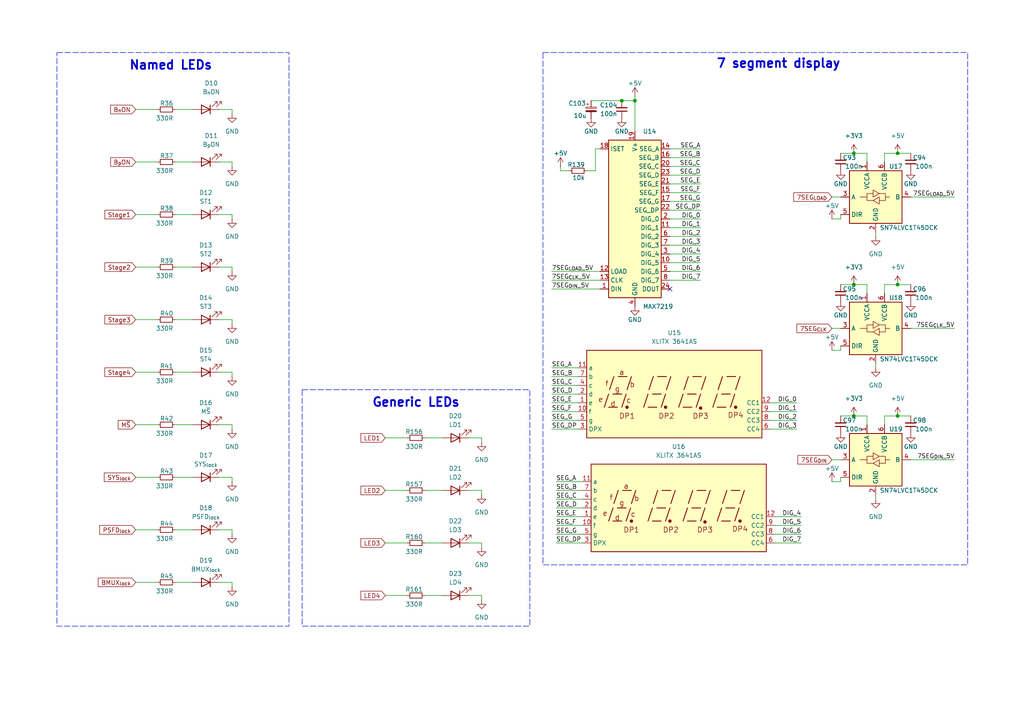
<source format=kicad_sch>
(kicad_sch (version 20231120) (generator "eeschema") (generator_version "8.0")
  (paper "A4")
  (title_block (title "CPArti: Artix-7 FPGA Development Board") (date "2024-08-22") (rev "1.0"))
  (lib_symbols
    (symbol "+3V3_1" (power) (pin_numbers hide) (pin_names (offset 0) hide)
      (property "Value" "+3V3" (at 0 3.556 0))
      (symbol "+3V3_1_0_1"
        (polyline (pts (xy -0.762 1.27) (xy 0 2.54)))
        (polyline (pts (xy 0 0) (xy 0 2.54)))
        (polyline (pts (xy 0 2.54) (xy 0.762 1.27)))
      )
      (symbol "+3V3_1_1_1"
        (pin power_in line (at 0 0 90) (length 0) (name "~") (number "1"))
      )
    )
    (symbol "+5V_1" (power) (pin_numbers hide) (pin_names (offset 0) hide)
      (property "Value" "+5V" (at 0 3.556 0))
      (symbol "+5V_1_0_1"
        (polyline (pts (xy -0.762 1.27) (xy 0 2.54)))
        (polyline (pts (xy 0 0) (xy 0 2.54)))
        (polyline (pts (xy 0 2.54) (xy 0.762 1.27)))
      )
      (symbol "+5V_1_1_1"
        (pin power_in line (at 0 0 90) (length 0) (name "~") (number "1"))
      )
    )
    (symbol "Device:C_Polarized_Small" (pin_numbers hide) (pin_names (offset 0.254) hide)
      (property "Reference" "C" (at 0.254 1.778 0))
      (property "Value" "C_Polarized_Small" (at 0.254 -2.032 0))
      (symbol "C_Polarized_Small_0_1"
        (rectangle (start -1.524 -0.3048) (end 1.524 -0.6858) (fill (type outline)))
        (rectangle (start -1.524 0.6858) (end 1.524 0.3048))
        (polyline (pts (xy -1.27 1.524) (xy -0.762 1.524)))
        (polyline (pts (xy -1.016 1.27) (xy -1.016 1.778)))
      )
      (symbol "C_Polarized_Small_1_1"
        (pin passive line (at 0 2.54 270) (length 1.8542) (name "~") (number "1"))
        (pin passive line (at 0 -2.54 90) (length 1.8542) (name "~") (number "2"))
      )
    )
    (symbol "Device:C_Small" (pin_numbers hide) (pin_names (offset 0.254) hide)
      (property "Reference" "C" (at 0.254 1.778 0))
      (property "Value" "C_Small" (at 0.254 -2.032 0))
      (symbol "C_Small_0_1"
        (polyline (pts (xy -1.524 -0.508) (xy 1.524 -0.508)) (stroke (width 0.3302)))
        (polyline (pts (xy -1.524 0.508) (xy 1.524 0.508)) (stroke (width 0.3048)))
      )
      (symbol "C_Small_1_1"
        (pin passive line (at 0 2.54 270) (length 2.032) (name "~") (number "1"))
        (pin passive line (at 0 -2.54 90) (length 2.032) (name "~") (number "2"))
      )
    )
    (symbol "Device:LED" (pin_numbers hide) (pin_names (offset 1.016) hide)
      (property "Reference" "D" (at 0 2.54 0))
      (property "Value" "LED" (at 0 -2.54 0))
      (symbol "LED_0_1"
        (polyline (pts (xy -1.27 -1.27) (xy -1.27 1.27)) (stroke (width 0.254)))
        (polyline (pts (xy -1.27 0) (xy 1.27 0)))
        (polyline (pts (xy 1.27 -1.27) (xy 1.27 1.27) (xy -1.27 0) (xy 1.27 -1.27)) (stroke (width 0.254)))
        (polyline (pts (xy -3.048 -0.762) (xy -4.572 -2.286) (xy -3.81 -2.286) (xy -4.572 -2.286) (xy -4.572 -1.524)))
        (polyline (pts (xy -1.778 -0.762) (xy -3.302 -2.286) (xy -2.54 -2.286) (xy -3.302 -2.286) (xy -3.302 -1.524)))
      )
      (symbol "LED_1_1"
        (pin passive line (at -3.81 0 0) (length 2.54) (name "K") (number "1"))
        (pin passive line (at 3.81 0 180) (length 2.54) (name "A") (number "2"))
      )
    )
    (symbol "Device:R_Small" (pin_numbers hide) (pin_names (offset 0.254) hide)
      (property "Reference" "R" (at 0.762 0.508 0))
      (property "Value" "R_Small" (at 0.762 -1.016 0))
      (symbol "R_Small_0_1"
        (rectangle (start -0.762 1.778) (end 0.762 -1.778) (stroke (width 0.2032)))
      )
      (symbol "R_Small_1_1"
        (pin passive line (at 0 2.54 270) (length 0.762) (name "~") (number "1"))
        (pin passive line (at 0 -2.54 90) (length 0.762) (name "~") (number "2"))
      )
    )
    (symbol "Display_Character:CC56-12CGKWA"
      (property "Reference" "U" (at -24.13 13.97 0))
      (property "Value" "CC56-12CGKWA" (at 17.78 13.97 0))
      (symbol "CC56-12CGKWA_0_0"
        (rectangle (start -25.4 12.7) (end 25.4 -12.7) (stroke (width 0.254)) (fill (type background)))
        (polyline (pts (xy -20.32 -3.81) (xy -19.05 0)) (stroke (width 0.254)))
        (polyline (pts (xy -19.05 -3.81) (xy -16.51 -3.81)) (stroke (width 0.254)))
        (polyline (pts (xy -18.796 1.27) (xy -17.526 5.08)) (stroke (width 0.254)))
        (polyline (pts (xy -17.78 0) (xy -15.24 0)) (stroke (width 0.254)))
        (polyline (pts (xy -16.256 5.08) (xy -13.716 5.08)) (stroke (width 0.254)))
        (polyline (pts (xy -15.24 -3.81) (xy -13.97 0)) (stroke (width 0.254)))
        (polyline (pts (xy -13.716 1.27) (xy -12.446 5.08)) (stroke (width 0.254)))
        (polyline (pts (xy -8.89 -3.81) (xy -7.62 0)) (stroke (width 0.254)))
        (polyline (pts (xy -7.62 -3.81) (xy -5.08 -3.81)) (stroke (width 0.254)))
        (polyline (pts (xy -7.366 1.27) (xy -6.096 5.08)) (stroke (width 0.254)))
        (polyline (pts (xy -6.35 0) (xy -3.81 0)) (stroke (width 0.254)))
        (polyline (pts (xy -4.826 5.08) (xy -2.286 5.08)) (stroke (width 0.254)))
        (polyline (pts (xy -3.81 -3.81) (xy -2.54 0)) (stroke (width 0.254)))
        (polyline (pts (xy -2.286 1.27) (xy -1.016 5.08)) (stroke (width 0.254)))
        (polyline (pts (xy 1.27 -3.81) (xy 2.54 0)) (stroke (width 0.254)))
        (polyline (pts (xy 2.54 -3.81) (xy 5.08 -3.81)) (stroke (width 0.254)))
        (polyline (pts (xy 2.794 1.27) (xy 4.064 5.08)) (stroke (width 0.254)))
        (polyline (pts (xy 3.81 0) (xy 6.35 0)) (stroke (width 0.254)))
        (polyline (pts (xy 5.334 5.08) (xy 7.874 5.08)) (stroke (width 0.254)))
        (polyline (pts (xy 6.35 -3.81) (xy 7.62 0)) (stroke (width 0.254)))
        (polyline (pts (xy 7.874 1.27) (xy 9.144 5.08)) (stroke (width 0.254)))
        (polyline (pts (xy 11.176 -3.81) (xy 12.446 0)) (stroke (width 0.254)))
        (polyline (pts (xy 12.446 -3.81) (xy 14.986 -3.81)) (stroke (width 0.254)))
        (polyline (pts (xy 12.7 1.27) (xy 13.97 5.08)) (stroke (width 0.254)))
        (polyline (pts (xy 13.716 0) (xy 16.256 0)) (stroke (width 0.254)))
        (polyline (pts (xy 15.24 5.08) (xy 17.78 5.08)) (stroke (width 0.254)))
        (polyline (pts (xy 16.256 -3.81) (xy 17.526 0)) (stroke (width 0.254)))
        (polyline (pts (xy 17.78 1.27) (xy 19.05 5.08)) (stroke (width 0.254)))
        (text "a" (at -15.24 6.35 0) (effects (font (size 1.524 1.524))))
        (text "b" (at -12.192 2.794 0) (effects (font (size 1.524 1.524))))
        (text "c" (at -13.208 -1.778 0) (effects (font (size 1.524 1.524))))
        (text "d" (at -17.78 -2.794 0) (effects (font (size 1.524 1.524))))
        (text "DP1" (at -13.716 -6.35 0) (effects (font (size 1.524 1.524))))
        (text "DP2" (at -2.286 -6.35 0) (effects (font (size 1.524 1.524))))
        (text "DP3" (at 7.62 -6.35 0) (effects (font (size 1.524 1.524))))
        (text "DP4" (at 17.78 -6.096 0) (effects (font (size 1.524 1.524))))
        (text "e" (at -21.336 -1.524 0) (effects (font (size 1.524 1.524))))
        (text "f" (at -19.558 3.048 0) (effects (font (size 1.524 1.524))))
        (text "g" (at -16.51 1.524 0) (effects (font (size 1.524 1.524))))
      )
      (symbol "CC56-12CGKWA_0_1"
        (circle (center -13.716 -3.81) (radius 0.3556) (stroke (width 0.254)) (fill (type outline)))
        (circle (center -2.54 -3.81) (radius 0.3556) (stroke (width 0.254)) (fill (type outline)))
      )
      (symbol "CC56-12CGKWA_1_0"
        (circle (center 7.62 -4.064) (radius 0.3556) (stroke (width 0.254)) (fill (type outline)))
        (circle (center 17.78 -3.81) (radius 0.3556) (stroke (width 0.254)) (fill (type outline)))
      )
      (symbol "CC56-12CGKWA_1_1"
        (pin input line (at -27.94 -2.54 0) (length 2.54) (name "e") (number "1"))
        (pin input line (at -27.94 -5.08 0) (length 2.54) (name "f") (number "10"))
        (pin input line (at -27.94 7.62 0) (length 2.54) (name "a") (number "11"))
        (pin input line (at 27.94 -2.54 180) (length 2.54) (name "CC1") (number "12"))
        (pin input line (at -27.94 0 0) (length 2.54) (name "d") (number "2"))
        (pin input line (at -27.94 -10.16 0) (length 2.54) (name "DPX") (number "3"))
        (pin input line (at -27.94 2.54 0) (length 2.54) (name "c") (number "4"))
        (pin input line (at -27.94 -7.62 0) (length 2.54) (name "g") (number "5"))
        (pin input line (at 27.94 -10.16 180) (length 2.54) (name "CC4") (number "6"))
        (pin input line (at -27.94 5.08 0) (length 2.54) (name "b") (number "7"))
        (pin input line (at 27.94 -7.62 180) (length 2.54) (name "CC3") (number "8"))
        (pin input line (at 27.94 -5.08 180) (length 2.54) (name "CC2") (number "9"))
      )
    )
    (symbol "Driver_LED:MAX7219"
      (property "Reference" "U" (at -6.35 24.13 0))
      (property "Value" "MAX7219" (at 1.27 25.4 0))
      (symbol "MAX7219_0_1"
        (rectangle (start -7.62 22.86) (end 7.62 -22.86) (stroke (width 0.254)) (fill (type background)))
      )
      (symbol "MAX7219_1_1"
        (pin input line (at -10.16 -20.32 0) (length 2.54) (name "DIN") (number "1"))
        (pin output line (at 10.16 -12.7 180) (length 2.54) (name "DIG_5") (number "10"))
        (pin output line (at 10.16 -2.54 180) (length 2.54) (name "DIG_1") (number "11"))
        (pin input line (at -10.16 -15.24 0) (length 2.54) (name "LOAD") (number "12"))
        (pin input line (at -10.16 -17.78 0) (length 2.54) (name "CLK") (number "13"))
        (pin output line (at 10.16 20.32 180) (length 2.54) (name "SEG_A") (number "14"))
        (pin output line (at 10.16 7.62 180) (length 2.54) (name "SEG_F") (number "15"))
        (pin output line (at 10.16 17.78 180) (length 2.54) (name "SEG_B") (number "16"))
        (pin output line (at 10.16 5.08 180) (length 2.54) (name "SEG_G") (number "17"))
        (pin input line (at -10.16 20.32 0) (length 2.54) (name "ISET") (number "18"))
        (pin power_in line (at 0 25.4 270) (length 2.54) (name "V+") (number "19"))
        (pin output line (at 10.16 0 180) (length 2.54) (name "DIG_0") (number "2"))
        (pin output line (at 10.16 15.24 180) (length 2.54) (name "SEG_C") (number "20"))
        (pin output line (at 10.16 10.16 180) (length 2.54) (name "SEG_E") (number "21"))
        (pin output line (at 10.16 2.54 180) (length 2.54) (name "SEG_DP") (number "22"))
        (pin output line (at 10.16 12.7 180) (length 2.54) (name "SEG_D") (number "23"))
        (pin output line (at 10.16 -20.32 180) (length 2.54) (name "DOUT") (number "24"))
        (pin output line (at 10.16 -10.16 180) (length 2.54) (name "DIG_4") (number "3"))
        (pin power_in line (at 0 -25.4 90) (length 2.54) (name "GND") (number "4"))
        (pin output line (at 10.16 -15.24 180) (length 2.54) (name "DIG_6") (number "5"))
        (pin output line (at 10.16 -5.08 180) (length 2.54) (name "DIG_2") (number "6"))
        (pin output line (at 10.16 -7.62 180) (length 2.54) (name "DIG_3") (number "7"))
        (pin output line (at 10.16 -17.78 180) (length 2.54) (name "DIG_7") (number "8"))
        (pin passive line (at 0 -25.4 90) (length 2.54) hide (name "GND") (number "9"))
      )
    )
    (symbol "GND_1" (power) (pin_numbers hide) (pin_names (offset 0) hide)
      (property "Value" "GND" (at 0 -3.81 0))
      (symbol "GND_1_0_1"
        (polyline (pts (xy 0 0) (xy 0 -1.27) (xy 1.27 -1.27) (xy 0 -2.54) (xy -1.27 -1.27) (xy 0 -1.27)))
      )
      (symbol "GND_1_1_1"
        (pin power_in line (at 0 0 270) (length 0) (name "~") (number "1"))
      )
    )
    (symbol "Logic_LevelTranslator:SN74LVC1T45DCK"
      (property "Reference" "U" (at -6.35 8.89 0))
      (property "Value" "SN74LVC1T45DCK" (at 3.81 8.89 0))
      (symbol "SN74LVC1T45DCK_0_1"
        (rectangle (start -7.62 7.62) (end 7.62 -7.62) (stroke (width 0.254)) (fill (type background)))
        (polyline (pts (xy -2.54 0) (xy -2.54 1.016) (xy -0.762 1.016)))
        (polyline (pts (xy 2.794 0) (xy 2.794 -1.016) (xy 1.016 -1.016)))
        (polyline (pts (xy -0.762 -1.016) (xy -2.54 -1.016) (xy -2.54 0) (xy -4.572 0)))
        (polyline (pts (xy -0.762 0) (xy -0.762 2.032) (xy 1.016 1.016) (xy -0.762 0)))
        (polyline (pts (xy 1.016 1.016) (xy 2.794 1.016) (xy 2.794 0) (xy 4.064 0)))
        (polyline (pts (xy 1.016 0) (xy 1.016 -1.778) (xy 1.016 -2.032) (xy -0.762 -1.016) (xy 1.016 0)))
      )
      (symbol "SN74LVC1T45DCK_1_1"
        (pin power_in line (at -2.54 10.16 270) (length 2.54) (name "VCCA") (number "1"))
        (pin power_in line (at 0 -10.16 90) (length 2.54) (name "GND") (number "2"))
        (pin bidirectional line (at -10.16 0 0) (length 2.54) (name "A") (number "3"))
        (pin bidirectional line (at 10.16 0 180) (length 2.54) (name "B") (number "4"))
        (pin input line (at -10.16 -5.08 0) (length 2.54) (name "DIR") (number "5"))
        (pin power_in line (at 2.54 10.16 270) (length 2.54) (name "VCCB") (number "6"))
      )
    )
    (symbol "power:GND" (power) (pin_numbers hide) (pin_names (offset 0) hide)
      (property "Value" "GND" (at 0 -3.81 0))
      (symbol "GND_0_1"
        (polyline (pts (xy 0 0) (xy 0 -1.27) (xy 1.27 -1.27) (xy 0 -2.54) (xy -1.27 -1.27) (xy 0 -1.27)))
      )
      (symbol "GND_1_1"
        (pin power_in line (at 0 0 270) (length 0) (name "~") (number "1"))
      )
    )
  )
  (junction (at 184.15 29.21))
  (junction (at 247.65 82.55))
  (junction (at 247.65 44.45))
  (junction (at 260.35 82.55))
  (junction (at 260.35 120.65))
  (junction (at 180.34 29.21))
  (junction (at 247.65 120.65))
  (junction (at 260.35 44.45))
  (no_connect (at 194.31 83.82))
  (wire (pts (xy 254 67.31) (xy 254 68.58)))
  (wire (pts (xy 254 143.51) (xy 254 144.78)))
  (wire (pts (xy 170.18 49.53) (xy 172.72 49.53)))
  (wire (pts (xy 39.37 153.67) (xy 45.72 153.67)))
  (wire (pts (xy 39.37 138.43) (xy 45.72 138.43)))
  (wire (pts (xy 111.76 127) (xy 118.11 127)))
  (wire (pts (xy 264.16 133.35) (xy 276.86 133.35)))
  (wire (pts (xy 63.5 153.67) (xy 67.31 153.67)))
  (wire (pts (xy 194.31 68.58) (xy 203.2 68.58)))
  (wire (pts (xy 50.8 46.99) (xy 55.88 46.99)))
  (wire (pts (xy 194.31 71.12) (xy 203.2 71.12)))
  (wire (pts (xy 67.31 31.75) (xy 67.31 33.02)))
  (wire (pts (xy 67.31 123.19) (xy 67.31 124.46)))
  (wire (pts (xy 67.31 46.99) (xy 67.31 48.26)))
  (wire (pts (xy 194.31 55.88) (xy 203.2 55.88)))
  (wire (pts (xy 161.29 142.24) (xy 168.91 142.24)))
  (wire (pts (xy 223.52 119.38) (xy 231.14 119.38)))
  (wire (pts (xy 256.54 44.45) (xy 256.54 46.99)))
  (wire (pts (xy 39.37 107.95) (xy 45.72 107.95)))
  (wire (pts (xy 160.02 78.74) (xy 173.99 78.74)))
  (wire (pts (xy 243.84 120.65) (xy 247.65 120.65)))
  (wire (pts (xy 39.37 62.23) (xy 45.72 62.23)))
  (wire (pts (xy 260.35 120.65) (xy 264.16 120.65)))
  (wire (pts (xy 67.31 153.67) (xy 67.31 154.94)))
  (wire (pts (xy 251.46 120.65) (xy 251.46 123.19)))
  (wire (pts (xy 50.8 77.47) (xy 55.88 77.47)))
  (wire (pts (xy 194.31 48.26) (xy 203.2 48.26)))
  (wire (pts (xy 194.31 43.18) (xy 203.2 43.18)))
  (wire (pts (xy 67.31 77.47) (xy 67.31 78.74)))
  (wire (pts (xy 172.72 43.18) (xy 173.99 43.18)))
  (wire (pts (xy 160.02 124.46) (xy 167.64 124.46)))
  (wire (pts (xy 160.02 114.3) (xy 167.64 114.3)))
  (wire (pts (xy 194.31 73.66) (xy 203.2 73.66)))
  (wire (pts (xy 194.31 50.8) (xy 203.2 50.8)))
  (wire (pts (xy 194.31 58.42) (xy 203.2 58.42)))
  (wire (pts (xy 139.7 142.24) (xy 139.7 143.51)))
  (wire (pts (xy 123.19 157.48) (xy 128.27 157.48)))
  (wire (pts (xy 161.29 152.4) (xy 168.91 152.4)))
  (wire (pts (xy 39.37 123.19) (xy 45.72 123.19)))
  (wire (pts (xy 67.31 92.71) (xy 67.31 93.98)))
  (wire (pts (xy 224.79 157.48) (xy 232.41 157.48)))
  (wire (pts (xy 241.3 139.7) (xy 243.84 139.7)))
  (wire (pts (xy 50.8 31.75) (xy 55.88 31.75)))
  (wire (pts (xy 184.15 29.21) (xy 184.15 38.1)))
  (wire (pts (xy 160.02 119.38) (xy 167.64 119.38)))
  (wire (pts (xy 264.16 57.15) (xy 276.86 57.15)))
  (wire (pts (xy 160.02 106.68) (xy 167.64 106.68)))
  (wire (pts (xy 171.45 29.21) (xy 180.34 29.21)))
  (wire (pts (xy 135.89 142.24) (xy 139.7 142.24)))
  (wire (pts (xy 50.8 138.43) (xy 55.88 138.43)))
  (wire (pts (xy 243.84 139.7) (xy 243.84 138.43)))
  (wire (pts (xy 241.3 133.35) (xy 243.84 133.35)))
  (wire (pts (xy 260.35 82.55) (xy 264.16 82.55)))
  (wire (pts (xy 135.89 127) (xy 139.7 127)))
  (wire (pts (xy 50.8 92.71) (xy 55.88 92.71)))
  (wire (pts (xy 247.65 82.55) (xy 251.46 82.55)))
  (wire (pts (xy 194.31 45.72) (xy 203.2 45.72)))
  (wire (pts (xy 50.8 62.23) (xy 55.88 62.23)))
  (wire (pts (xy 172.72 49.53) (xy 172.72 43.18)))
  (wire (pts (xy 161.29 147.32) (xy 168.91 147.32)))
  (wire (pts (xy 256.54 82.55) (xy 256.54 85.09)))
  (wire (pts (xy 161.29 154.94) (xy 168.91 154.94)))
  (wire (pts (xy 135.89 157.48) (xy 139.7 157.48)))
  (wire (pts (xy 39.37 168.91) (xy 45.72 168.91)))
  (wire (pts (xy 194.31 63.5) (xy 203.2 63.5)))
  (wire (pts (xy 194.31 66.04) (xy 203.2 66.04)))
  (wire (pts (xy 111.76 172.72) (xy 118.11 172.72)))
  (wire (pts (xy 50.8 153.67) (xy 55.88 153.67)))
  (wire (pts (xy 224.79 149.86) (xy 232.41 149.86)))
  (wire (pts (xy 111.76 142.24) (xy 118.11 142.24)))
  (wire (pts (xy 39.37 77.47) (xy 45.72 77.47)))
  (wire (pts (xy 39.37 31.75) (xy 45.72 31.75)))
  (wire (pts (xy 39.37 46.99) (xy 45.72 46.99)))
  (wire (pts (xy 161.29 139.7) (xy 168.91 139.7)))
  (wire (pts (xy 50.8 123.19) (xy 55.88 123.19)))
  (wire (pts (xy 160.02 81.28) (xy 173.99 81.28)))
  (wire (pts (xy 162.56 48.26) (xy 162.56 49.53)))
  (wire (pts (xy 264.16 95.25) (xy 276.86 95.25)))
  (wire (pts (xy 194.31 81.28) (xy 203.2 81.28)))
  (wire (pts (xy 161.29 149.86) (xy 168.91 149.86)))
  (wire (pts (xy 251.46 44.45) (xy 251.46 46.99)))
  (wire (pts (xy 50.8 107.95) (xy 55.88 107.95)))
  (wire (pts (xy 139.7 172.72) (xy 139.7 173.99)))
  (wire (pts (xy 161.29 144.78) (xy 168.91 144.78)))
  (wire (pts (xy 63.5 168.91) (xy 67.31 168.91)))
  (wire (pts (xy 123.19 142.24) (xy 128.27 142.24)))
  (wire (pts (xy 251.46 82.55) (xy 251.46 85.09)))
  (wire (pts (xy 260.35 120.65) (xy 256.54 120.65)))
  (wire (pts (xy 243.84 63.5) (xy 243.84 62.23)))
  (wire (pts (xy 160.02 83.82) (xy 173.99 83.82)))
  (wire (pts (xy 260.35 82.55) (xy 256.54 82.55)))
  (wire (pts (xy 63.5 123.19) (xy 67.31 123.19)))
  (wire (pts (xy 224.79 152.4) (xy 232.41 152.4)))
  (wire (pts (xy 256.54 120.65) (xy 256.54 123.19)))
  (wire (pts (xy 160.02 116.84) (xy 167.64 116.84)))
  (wire (pts (xy 67.31 138.43) (xy 67.31 139.7)))
  (wire (pts (xy 160.02 111.76) (xy 167.64 111.76)))
  (wire (pts (xy 63.5 107.95) (xy 67.31 107.95)))
  (wire (pts (xy 247.65 44.45) (xy 251.46 44.45)))
  (wire (pts (xy 63.5 46.99) (xy 67.31 46.99)))
  (wire (pts (xy 67.31 168.91) (xy 67.31 170.18)))
  (wire (pts (xy 243.84 82.55) (xy 247.65 82.55)))
  (wire (pts (xy 161.29 157.48) (xy 168.91 157.48)))
  (wire (pts (xy 139.7 127) (xy 139.7 128.27)))
  (wire (pts (xy 194.31 78.74) (xy 203.2 78.74)))
  (wire (pts (xy 180.34 29.21) (xy 184.15 29.21)))
  (wire (pts (xy 241.3 101.6) (xy 243.84 101.6)))
  (wire (pts (xy 67.31 107.95) (xy 67.31 109.22)))
  (wire (pts (xy 254 105.41) (xy 254 106.68)))
  (wire (pts (xy 160.02 121.92) (xy 167.64 121.92)))
  (wire (pts (xy 111.76 157.48) (xy 118.11 157.48)))
  (wire (pts (xy 223.52 124.46) (xy 231.14 124.46)))
  (wire (pts (xy 241.3 95.25) (xy 243.84 95.25)))
  (wire (pts (xy 39.37 92.71) (xy 45.72 92.71)))
  (wire (pts (xy 223.52 116.84) (xy 231.14 116.84)))
  (wire (pts (xy 241.3 57.15) (xy 243.84 57.15)))
  (wire (pts (xy 184.15 29.21) (xy 184.15 27.94)))
  (wire (pts (xy 160.02 109.22) (xy 167.64 109.22)))
  (wire (pts (xy 67.31 62.23) (xy 67.31 63.5)))
  (wire (pts (xy 241.3 63.5) (xy 243.84 63.5)))
  (wire (pts (xy 139.7 157.48) (xy 139.7 158.75)))
  (wire (pts (xy 63.5 92.71) (xy 67.31 92.71)))
  (wire (pts (xy 63.5 31.75) (xy 67.31 31.75)))
  (wire (pts (xy 135.89 172.72) (xy 139.7 172.72)))
  (wire (pts (xy 243.84 44.45) (xy 247.65 44.45)))
  (wire (pts (xy 243.84 101.6) (xy 243.84 100.33)))
  (wire (pts (xy 194.31 60.96) (xy 203.2 60.96)))
  (wire (pts (xy 123.19 127) (xy 128.27 127)))
  (wire (pts (xy 260.35 44.45) (xy 256.54 44.45)))
  (wire (pts (xy 247.65 120.65) (xy 251.46 120.65)))
  (wire (pts (xy 63.5 77.47) (xy 67.31 77.47)))
  (wire (pts (xy 194.31 53.34) (xy 203.2 53.34)))
  (wire (pts (xy 224.79 154.94) (xy 232.41 154.94)))
  (wire (pts (xy 63.5 62.23) (xy 67.31 62.23)))
  (wire (pts (xy 63.5 138.43) (xy 67.31 138.43)))
  (wire (pts (xy 223.52 121.92) (xy 231.14 121.92)))
  (wire (pts (xy 123.19 172.72) (xy 128.27 172.72)))
  (wire (pts (xy 194.31 76.2) (xy 203.2 76.2)))
  (wire (pts (xy 50.8 168.91) (xy 55.88 168.91)))
  (wire (pts (xy 162.56 49.53) (xy 165.1 49.53)))
  (wire (pts (xy 260.35 44.45) (xy 264.16 44.45)))
  (rectangle (start 16.51 15.24) (end 83.82 181.61) (stroke (width 0) (type dash)))
  (rectangle (start 157.48 15.24) (end 280.67 163.83) (stroke (width 0) (type dash)))
  (rectangle (start 87.63 113.03) (end 153.67 181.61) (stroke (width 0) (type dash)))
  (text "7 segment display" (at 225.806 18.542 0) (effects (font (size 2.54 2.54) (thickness 0.508) (bold yes))))
  (text "Named LEDs" (at 49.53 19.05 0) (effects (font (size 2.54 2.54) (thickness 0.508) (bold yes))))
  (text "Generic LEDs" (at 120.65 116.84 0) (effects (font (size 2.54 2.54) (thickness 0.508) (bold yes))))
  (label "SEG_F" (at 160.02 119.38 0))
  (label "DIG_4" (at 203.2 73.66 180))
  (label "DIG_2" (at 231.14 121.92 180))
  (label "SEG_C" (at 203.2 48.26 180))
  (label "SEG_E" (at 160.02 116.84 0))
  (label "DIG_4" (at 232.41 149.86 180))
  (label "SEG_D" (at 203.2 50.8 180))
  (label "SEG_D" (at 161.29 147.32 0))
  (label "SEG_A" (at 203.2 43.18 180))
  (label "DIG_0" (at 203.2 63.5 180))
  (label "DIG_6" (at 232.41 154.94 180))
  (label "SEG_DP" (at 161.29 157.48 0))
  (label "DIG_5" (at 203.2 76.2 180))
  (label "SEG_E" (at 203.2 53.34 180))
  (label "DIG_5" (at 232.41 152.4 180))
  (label "DIG_1" (at 203.2 66.04 180))
  (label "SEG_A" (at 161.29 139.7 0))
  (label "SEG_DP" (at 203.2 60.96 180))
  (label "7SEG_{LOAD}_5V" (at 276.86 57.15 180))
  (label "SEG_G" (at 161.29 154.94 0))
  (label "7SEG_{DIN}_5V" (at 276.86 133.35 180))
  (label "DIG_2" (at 203.2 68.58 180))
  (label "SEG_C" (at 161.29 144.78 0))
  (label "7SEG_{CLK}_5V" (at 160.02 81.28 0))
  (label "DIG_0" (at 231.14 116.84 180))
  (label "SEG_F" (at 161.29 152.4 0))
  (label "DIG_6" (at 203.2 78.74 180))
  (label "SEG_B" (at 203.2 45.72 180))
  (label "DIG_3" (at 231.14 124.46 180))
  (label "7SEG_{DIN}_5V" (at 160.02 83.82 0))
  (label "DIG_3" (at 203.2 71.12 180))
  (label "DIG_7" (at 232.41 157.48 180))
  (label "SEG_G" (at 160.02 121.92 0))
  (label "SEG_B" (at 160.02 109.22 0))
  (label "DIG_1" (at 231.14 119.38 180))
  (label "SEG_F" (at 203.2 55.88 180))
  (label "SEG_B" (at 161.29 142.24 0))
  (label "SEG_A" (at 160.02 106.68 0))
  (label "DIG_7" (at 203.2 81.28 180))
  (label "SEG_D" (at 160.02 114.3 0))
  (label "SEG_DP" (at 160.02 124.46 0))
  (label "SEG_E" (at 161.29 149.86 0))
  (label "SEG_C" (at 160.02 111.76 0))
  (label "7SEG_{CLK}_5V" (at 276.86 95.25 180))
  (label "SEG_G" (at 203.2 58.42 180))
  (label "7SEG_{LOAD}_5V" (at 160.02 78.74 0))
  (global_label "LED1" (shape input) (at 111.76 127 180) (property "Intersheetrefs" "${INTERSHEET_REFS}" (effects (hide yes))))
  (global_label "Stage2" (shape input) (at 39.37 77.47 180) (property "Intersheetrefs" "${INTERSHEET_REFS}" (effects (hide yes))))
  (global_label "Stage4" (shape input) (at 39.37 107.95 180) (property "Intersheetrefs" "${INTERSHEET_REFS}" (effects (hide yes))))
  (global_label "LED3" (shape input) (at 111.76 157.48 180) (property "Intersheetrefs" "${INTERSHEET_REFS}" (effects (hide yes))))
  (global_label "M~{S}" (shape input) (at 39.37 123.19 180) (property "Intersheetrefs" "${INTERSHEET_REFS}" (effects (hide yes))))
  (global_label "7SEG_{LOAD}" (shape input) (at 241.3 57.15 180) (property "Intersheetrefs" "${INTERSHEET_REFS}" (effects (hide yes))))
  (global_label "PSFD_{lock}" (shape input) (at 39.37 153.67 180) (property "Intersheetrefs" "${INTERSHEET_REFS}" (effects (hide yes))))
  (global_label "7SEG_{CLK}" (shape input) (at 241.3 95.25 180) (property "Intersheetrefs" "${INTERSHEET_REFS}" (effects (hide yes))))
  (global_label "SYS_{lock}" (shape input) (at 39.37 138.43 180) (property "Intersheetrefs" "${INTERSHEET_REFS}" (effects (hide yes))))
  (global_label "LED2" (shape input) (at 111.76 142.24 180) (property "Intersheetrefs" "${INTERSHEET_REFS}" (effects (hide yes))))
  (global_label "Stage1" (shape input) (at 39.37 62.23 180) (property "Intersheetrefs" "${INTERSHEET_REFS}" (effects (hide yes))))
  (global_label "Stage3" (shape input) (at 39.37 92.71 180) (property "Intersheetrefs" "${INTERSHEET_REFS}" (effects (hide yes))))
  (global_label "BMUX_{lock}" (shape input) (at 39.37 168.91 180) (property "Intersheetrefs" "${INTERSHEET_REFS}" (effects (hide yes))))
  (global_label "B_{n}ON" (shape input) (at 39.37 31.75 180) (property "Intersheetrefs" "${INTERSHEET_REFS}" (effects (hide yes))))
  (global_label "LED4" (shape input) (at 111.76 172.72 180) (property "Intersheetrefs" "${INTERSHEET_REFS}" (effects (hide yes))))
  (global_label "B_{p}ON" (shape input) (at 39.37 46.99 180) (property "Intersheetrefs" "${INTERSHEET_REFS}" (effects (hide yes))))
  (global_label "7SEG_{DIN}" (shape input) (at 241.3 133.35 180) (property "Intersheetrefs" "${INTERSHEET_REFS}" (effects (hide yes))))
  (symbol (lib_name "GND_1") (lib_id "power:GND") (at 243.84 87.63 0) (unit 1)
    (property "Reference" "#PWR0156" (effects (hide yes)))
    (property "Value" "GND" (at 243.84 91.44 0))
    (property "Description" "Power symbol creates a global label with name \"GND\" , ground" (effects (hide yes)))
  )
  (symbol (lib_id "power:GND") (at 67.31 109.22 0) (unit 1)
    (property "Reference" "#PWR0208" (effects (hide yes)))
    (property "Value" "GND" (at 67.31 114.3 0))
  )
  (symbol (lib_id "Device:LED") (at 59.69 107.95 180) (unit 1)
    (property "Reference" "D15" (at 59.69 101.6 0))
    (property "Value" "ST4" (at 59.69 104.14 0))
    (property "Footprint" "LED_SMD:LED_0603_1608Metric" (effects (hide yes)))
    (property "LCSC" "C72038" (effects (hide yes)))
  )
  (symbol (lib_name "GND_1") (lib_id "power:GND") (at 243.84 49.53 0) (unit 1)
    (property "Reference" "#PWR0155" (effects (hide yes)))
    (property "Value" "GND" (at 243.84 53.34 0))
    (property "Description" "Power symbol creates a global label with name \"GND\" , ground" (effects (hide yes)))
  )
  (symbol (lib_id "Device:C_Polarized_Small") (at 171.45 31.75 0) (unit 1)
    (property "Reference" "C103" (at 164.846 29.972 0) (effects (justify left)))
    (property "Value" "10u" (at 166.37 33.528 0) (effects (justify left)))
    (property "Footprint" "Capacitor_SMD:CP_Elec_4x5.4" (effects (hide yes)))
    (property "Description" "Polarized capacitor, small symbol" (effects (hide yes)))
    (property "LCSC" "C5123980" (effects (hide yes)))
  )
  (symbol (lib_id "Device:LED") (at 132.08 127 180) (unit 1)
    (property "Reference" "D20" (at 132.08 120.65 0))
    (property "Value" "LD1" (at 132.08 123.19 0))
    (property "Footprint" "LED_SMD:LED_0603_1608Metric" (effects (hide yes)))
    (property "LCSC" "C72038" (effects (hide yes)))
  )
  (symbol (lib_id "power:GND") (at 139.7 128.27 0) (unit 1)
    (property "Reference" "#PWR0139" (effects (hide yes)))
    (property "Value" "GND" (at 139.7 133.35 0))
  )
  (symbol (lib_id "Device:C_Small") (at 264.16 123.19 180) (unit 1)
    (property "Reference" "C98" (at 266.7 121.92 0))
    (property "Value" "100n" (at 267.97 124.46 0))
    (property "Footprint" "Capacitor_SMD:C_0402_1005Metric" (effects (hide yes)))
    (property "Description" "Unpolarized capacitor, small symbol" (effects (hide yes)))
    (property "LCSC" "C1525" (effects (hide yes)))
  )
  (symbol (lib_id "Display_Character:CC56-12CGKWA") (at 195.58 114.3 0) (unit 1)
    (property "Reference" "U15" (at 195.58 96.52 0))
    (property "Value" "XLITX 3641AS" (at 195.58 99.06 0))
    (property "Footprint" "AAWO_lib:XLITX_3641AS" (effects (hide yes)))
    (property "Datasheet" "http://www.xlitx.com/datasheet/3641AS.pdf" (effects (hide yes)))
    (property "Description" "4 digit 7 segment ultra bright red 0.36-inch LED, common cathode" (effects (hide yes)))
  )
  (symbol (lib_id "Device:LED") (at 59.69 168.91 180) (unit 1)
    (property "Reference" "D19" (at 59.69 162.56 0))
    (property "Value" "BMUX_{lock}" (at 59.69 165.1 0))
    (property "Footprint" "LED_SMD:LED_0603_1608Metric" (effects (hide yes)))
    (property "LCSC" "C72038" (effects (hide yes)))
  )
  (symbol (lib_id "power:GND") (at 67.31 170.18 0) (unit 1)
    (property "Reference" "#PWR0212" (effects (hide yes)))
    (property "Value" "GND" (at 67.31 175.26 0))
  )
  (symbol (lib_id "power:GND") (at 67.31 139.7 0) (unit 1)
    (property "Reference" "#PWR0210" (effects (hide yes)))
    (property "Value" "GND" (at 67.31 144.78 0))
  )
  (symbol (lib_id "Device:R_Small") (at 48.26 168.91 90) (unit 1)
    (property "Reference" "R45" (at 50.292 167.132 90) (effects (justify left)))
    (property "Value" "330R" (at 50.292 171.45 90) (effects (justify left)))
    (property "Footprint" "Resistor_SMD:R_0402_1005Metric" (effects (hide yes)))
    (property "Description" "Resistor, small symbol" (effects (hide yes)))
    (property "LCSC" "C25104" (effects (hide yes)))
  )
  (symbol (lib_id "power:GND") (at 139.7 143.51 0) (unit 1)
    (property "Reference" "#PWR0140" (effects (hide yes)))
    (property "Value" "GND" (at 139.7 148.59 0))
  )
  (symbol (lib_id "Device:R_Small") (at 120.65 157.48 90) (unit 1)
    (property "Reference" "R160" (at 122.682 155.702 90) (effects (justify left)))
    (property "Value" "330R" (at 122.682 160.02 90) (effects (justify left)))
    (property "Footprint" "Resistor_SMD:R_0402_1005Metric" (effects (hide yes)))
    (property "Description" "Resistor, small symbol" (effects (hide yes)))
    (property "LCSC" "C25104" (effects (hide yes)))
  )
  (symbol (lib_id "Device:LED") (at 59.69 123.19 180) (unit 1)
    (property "Reference" "D16" (at 59.69 116.84 0))
    (property "Value" "M~{S}" (at 59.69 119.38 0))
    (property "Footprint" "LED_SMD:LED_0603_1608Metric" (effects (hide yes)))
    (property "LCSC" "C72038" (effects (hide yes)))
  )
  (symbol (lib_name "+5V_1") (lib_id "power:+5V") (at 241.3 63.5 0) (unit 1)
    (property "Reference" "#PWR0151" (effects (hide yes)))
    (property "Value" "+5V" (at 241.3 59.69 0))
    (property "Description" "Power symbol creates a global label with name \"+5V\"" (effects (hide yes)))
  )
  (symbol (lib_name "+3V3_1") (lib_id "power:+3V3") (at 247.65 44.45 0) (mirror y) (unit 1)
    (property "Reference" "#PWR0159" (effects (hide yes)))
    (property "Value" "+3V3" (at 247.65 39.37 0))
    (property "Description" "Power symbol creates a global label with name \"+3V3\"" (effects (hide yes)))
  )
  (symbol (lib_name "GND_1") (lib_id "power:GND") (at 254 68.58 0) (unit 1)
    (property "Reference" "#PWR0216" (effects (hide yes)))
    (property "Value" "GND" (at 254 73.66 0))
    (property "Description" "Power symbol creates a global label with name \"GND\" , ground" (effects (hide yes)))
  )
  (symbol (lib_name "+5V_1") (lib_id "power:+5V") (at 260.35 120.65 0) (mirror y) (unit 1)
    (property "Reference" "#PWR0221" (effects (hide yes)))
    (property "Value" "+5V" (at 260.35 115.57 0))
    (property "Description" "Power symbol creates a global label with name \"+5V\"" (effects (hide yes)))
  )
  (symbol (lib_id "Device:C_Small") (at 264.16 85.09 180) (unit 1)
    (property "Reference" "C96" (at 266.7 83.82 0))
    (property "Value" "100n" (at 267.97 86.36 0))
    (property "Footprint" "Capacitor_SMD:C_0402_1005Metric" (effects (hide yes)))
    (property "Description" "Unpolarized capacitor, small symbol" (effects (hide yes)))
    (property "LCSC" "C1525" (effects (hide yes)))
  )
  (symbol (lib_id "power:GND") (at 67.31 124.46 0) (unit 1)
    (property "Reference" "#PWR0209" (effects (hide yes)))
    (property "Value" "GND" (at 67.31 129.54 0))
  )
  (symbol (lib_id "power:GND") (at 171.45 34.29 0) (unit 1)
    (property "Reference" "#PWR0144" (effects (hide yes)))
    (property "Value" "GND" (at 171.45 38.1 0))
  )
  (symbol (lib_id "Device:LED") (at 132.08 157.48 180) (unit 1)
    (property "Reference" "D22" (at 132.08 151.13 0))
    (property "Value" "LD3" (at 132.08 153.67 0))
    (property "Footprint" "LED_SMD:LED_0603_1608Metric" (effects (hide yes)))
    (property "LCSC" "C72038" (effects (hide yes)))
  )
  (symbol (lib_id "power:GND") (at 67.31 63.5 0) (unit 1)
    (property "Reference" "#PWR0205" (effects (hide yes)))
    (property "Value" "GND" (at 67.31 68.58 0))
  )
  (symbol (lib_id "Device:R_Small") (at 48.26 92.71 90) (unit 1)
    (property "Reference" "R40" (at 50.292 90.932 90) (effects (justify left)))
    (property "Value" "330R" (at 50.292 95.25 90) (effects (justify left)))
    (property "Footprint" "Resistor_SMD:R_0402_1005Metric" (effects (hide yes)))
    (property "Description" "Resistor, small symbol" (effects (hide yes)))
    (property "LCSC" "C25104" (effects (hide yes)))
  )
  (symbol (lib_id "Logic_LevelTranslator:SN74LVC1T45DCK") (at 254 133.35 0) (unit 1)
    (property "Reference" "U19" (at 259.842 124.46 0))
    (property "Value" "SN74LVC1T45DCK" (at 263.652 142.24 0))
    (property "Footprint" "Package_TO_SOT_SMD:SOT-363_SC-70-6" (effects (hide yes)))
    (property "Datasheet" "http://www.ti.com/lit/ds/symlink/sn74lvc1t45.pdf" (effects (hide yes)))
    (property "LCSC" "C478004" (effects (hide yes)))
  )
  (symbol (lib_id "Device:R_Small") (at 48.26 46.99 90) (unit 1)
    (property "Reference" "R37" (at 50.292 45.212 90) (effects (justify left)))
    (property "Value" "330R" (at 50.292 49.53 90) (effects (justify left)))
    (property "Footprint" "Resistor_SMD:R_0402_1005Metric" (effects (hide yes)))
    (property "Description" "Resistor, small symbol" (effects (hide yes)))
    (property "LCSC" "C25104" (effects (hide yes)))
  )
  (symbol (lib_id "Device:R_Small") (at 167.64 49.53 90) (unit 1)
    (property "Reference" "R139" (at 169.672 47.752 90) (effects (justify left)))
    (property "Value" "10k" (at 169.672 51.562 90) (effects (justify left)))
    (property "Footprint" "Resistor_SMD:R_0402_1005Metric" (effects (hide yes)))
    (property "Description" "Resistor, small symbol" (effects (hide yes)))
    (property "LCSC" "C25744" (effects (hide yes)))
  )
  (symbol (lib_name "+5V_1") (lib_id "power:+5V") (at 162.56 48.26 0) (unit 1)
    (property "Reference" "#PWR0143" (effects (hide yes)))
    (property "Value" "+5V" (at 162.56 44.45 0))
    (property "Description" "Power symbol creates a global label with name \"+5V\"" (effects (hide yes)))
  )
  (symbol (lib_name "+5V_1") (lib_id "power:+5V") (at 241.3 139.7 0) (unit 1)
    (property "Reference" "#PWR0154" (effects (hide yes)))
    (property "Value" "+5V" (at 241.3 135.89 0))
    (property "Description" "Power symbol creates a global label with name \"+5V\"" (effects (hide yes)))
  )
  (symbol (lib_id "Device:LED") (at 59.69 46.99 180) (unit 1)
    (property "Reference" "D11" (at 61.2775 39.37 0))
    (property "Value" "B_{p}ON" (at 61.2775 41.91 0))
    (property "Footprint" "LED_SMD:LED_0603_1608Metric" (effects (hide yes)))
    (property "LCSC" "C72038" (effects (hide yes)))
  )
  (symbol (lib_id "power:GND") (at 139.7 158.75 0) (unit 1)
    (property "Reference" "#PWR0141" (effects (hide yes)))
    (property "Value" "GND" (at 139.7 163.83 0))
  )
  (symbol (lib_id "Device:R_Small") (at 48.26 138.43 90) (unit 1)
    (property "Reference" "R43" (at 50.292 136.652 90) (effects (justify left)))
    (property "Value" "330R" (at 50.292 140.97 90) (effects (justify left)))
    (property "Footprint" "Resistor_SMD:R_0402_1005Metric" (effects (hide yes)))
    (property "Description" "Resistor, small symbol" (effects (hide yes)))
    (property "LCSC" "C25104" (effects (hide yes)))
  )
  (symbol (lib_name "+3V3_1") (lib_id "power:+3V3") (at 247.65 120.65 0) (mirror y) (unit 1)
    (property "Reference" "#PWR0162" (effects (hide yes)))
    (property "Value" "+3V3" (at 247.65 115.57 0))
    (property "Description" "Power symbol creates a global label with name \"+3V3\"" (effects (hide yes)))
  )
  (symbol (lib_id "Device:LED") (at 59.69 138.43 180) (unit 1)
    (property "Reference" "D17" (at 59.69 132.08 0))
    (property "Value" "SYS_{lock}" (at 59.69 134.62 0))
    (property "Footprint" "LED_SMD:LED_0603_1608Metric" (effects (hide yes)))
    (property "LCSC" "C72038" (effects (hide yes)))
  )
  (symbol (lib_id "Device:C_Small") (at 264.16 46.99 180) (unit 1)
    (property "Reference" "C94" (at 266.7 45.72 0))
    (property "Value" "100n" (at 267.97 48.26 0))
    (property "Footprint" "Capacitor_SMD:C_0402_1005Metric" (effects (hide yes)))
    (property "Description" "Unpolarized capacitor, small symbol" (effects (hide yes)))
    (property "LCSC" "C1525" (effects (hide yes)))
  )
  (symbol (lib_name "+5V_1") (lib_id "power:+5V") (at 241.3 101.6 0) (unit 1)
    (property "Reference" "#PWR0152" (effects (hide yes)))
    (property "Value" "+5V" (at 241.3 97.79 0))
    (property "Description" "Power symbol creates a global label with name \"+5V\"" (effects (hide yes)))
  )
  (symbol (lib_name "GND_1") (lib_id "power:GND") (at 264.16 49.53 0) (unit 1)
    (property "Reference" "#PWR0222" (effects (hide yes)))
    (property "Value" "GND" (at 264.16 53.34 0))
    (property "Description" "Power symbol creates a global label with name \"GND\" , ground" (effects (hide yes)))
  )
  (symbol (lib_id "Device:R_Small") (at 120.65 142.24 90) (unit 1)
    (property "Reference" "R157" (at 122.682 140.462 90) (effects (justify left)))
    (property "Value" "330R" (at 122.682 144.78 90) (effects (justify left)))
    (property "Footprint" "Resistor_SMD:R_0402_1005Metric" (effects (hide yes)))
    (property "Description" "Resistor, small symbol" (effects (hide yes)))
    (property "LCSC" "C25104" (effects (hide yes)))
  )
  (symbol (lib_id "Logic_LevelTranslator:SN74LVC1T45DCK") (at 254 57.15 0) (unit 1)
    (property "Reference" "U17" (at 259.842 48.26 0))
    (property "Value" "SN74LVC1T45DCK" (at 263.652 66.04 0))
    (property "Footprint" "Package_TO_SOT_SMD:SOT-363_SC-70-6" (effects (hide yes)))
    (property "Datasheet" "http://www.ti.com/lit/ds/symlink/sn74lvc1t45.pdf" (effects (hide yes)))
    (property "LCSC" "C478004" (effects (hide yes)))
  )
  (symbol (lib_id "Device:C_Small") (at 243.84 85.09 180) (unit 1)
    (property "Reference" "C95" (at 246.38 83.82 0))
    (property "Value" "100n" (at 247.65 86.36 0))
    (property "Footprint" "Capacitor_SMD:C_0402_1005Metric" (effects (hide yes)))
    (property "Description" "Unpolarized capacitor, small symbol" (effects (hide yes)))
    (property "LCSC" "C1525" (effects (hide yes)))
  )
  (symbol (lib_name "GND_1") (lib_id "power:GND") (at 254 144.78 0) (unit 1)
    (property "Reference" "#PWR0218" (effects (hide yes)))
    (property "Value" "GND" (at 254 149.86 0))
    (property "Description" "Power symbol creates a global label with name \"GND\" , ground" (effects (hide yes)))
  )
  (symbol (lib_id "Device:R_Small") (at 48.26 107.95 90) (unit 1)
    (property "Reference" "R41" (at 50.292 106.172 90) (effects (justify left)))
    (property "Value" "330R" (at 50.292 110.49 90) (effects (justify left)))
    (property "Footprint" "Resistor_SMD:R_0402_1005Metric" (effects (hide yes)))
    (property "Description" "Resistor, small symbol" (effects (hide yes)))
    (property "LCSC" "C25104" (effects (hide yes)))
  )
  (symbol (lib_id "power:GND") (at 180.34 34.29 0) (unit 1)
    (property "Reference" "#PWR0147" (effects (hide yes)))
    (property "Value" "GND" (at 180.34 38.1 0))
  )
  (symbol (lib_name "GND_1") (lib_id "power:GND") (at 264.16 87.63 0) (unit 1)
    (property "Reference" "#PWR0298" (effects (hide yes)))
    (property "Value" "GND" (at 264.16 91.44 0))
    (property "Description" "Power symbol creates a global label with name \"GND\" , ground" (effects (hide yes)))
  )
  (symbol (lib_id "Device:LED") (at 59.69 31.75 180) (unit 1)
    (property "Reference" "D10" (at 61.2775 24.13 0))
    (property "Value" "B_{n}ON" (at 61.2775 26.67 0))
    (property "Footprint" "LED_SMD:LED_0603_1608Metric" (effects (hide yes)))
    (property "LCSC" "C72038" (effects (hide yes)))
  )
  (symbol (lib_id "power:GND") (at 67.31 154.94 0) (unit 1)
    (property "Reference" "#PWR0211" (effects (hide yes)))
    (property "Value" "GND" (at 67.31 160.02 0))
  )
  (symbol (lib_id "Device:C_Small") (at 243.84 46.99 180) (unit 1)
    (property "Reference" "C93" (at 246.38 45.72 0))
    (property "Value" "100n" (at 247.65 48.26 0))
    (property "Footprint" "Capacitor_SMD:C_0402_1005Metric" (effects (hide yes)))
    (property "Description" "Unpolarized capacitor, small symbol" (effects (hide yes)))
    (property "LCSC" "C1525" (effects (hide yes)))
  )
  (symbol (lib_id "Device:R_Small") (at 48.26 123.19 90) (unit 1)
    (property "Reference" "R42" (at 50.292 121.412 90) (effects (justify left)))
    (property "Value" "330R" (at 50.292 125.73 90) (effects (justify left)))
    (property "Footprint" "Resistor_SMD:R_0402_1005Metric" (effects (hide yes)))
    (property "Description" "Resistor, small symbol" (effects (hide yes)))
    (property "LCSC" "C25104" (effects (hide yes)))
  )
  (symbol (lib_id "power:GND") (at 67.31 33.02 0) (unit 1)
    (property "Reference" "#PWR0201" (effects (hide yes)))
    (property "Value" "GND" (at 67.31 38.1 0))
  )
  (symbol (lib_id "Device:R_Small") (at 48.26 62.23 90) (unit 1)
    (property "Reference" "R38" (at 50.292 60.452 90) (effects (justify left)))
    (property "Value" "330R" (at 50.292 64.77 90) (effects (justify left)))
    (property "Footprint" "Resistor_SMD:R_0402_1005Metric" (effects (hide yes)))
    (property "Description" "Resistor, small symbol" (effects (hide yes)))
    (property "LCSC" "C25104" (effects (hide yes)))
  )
  (symbol (lib_id "Device:LED") (at 132.08 172.72 180) (unit 1)
    (property "Reference" "D23" (at 132.08 166.37 0))
    (property "Value" "LD4" (at 132.08 168.91 0))
    (property "Footprint" "LED_SMD:LED_0603_1608Metric" (effects (hide yes)))
    (property "LCSC" "C72038" (effects (hide yes)))
  )
  (symbol (lib_name "+5V_1") (lib_id "power:+5V") (at 260.35 44.45 0) (mirror y) (unit 1)
    (property "Reference" "#PWR0219" (effects (hide yes)))
    (property "Value" "+5V" (at 260.35 39.37 0))
    (property "Description" "Power symbol creates a global label with name \"+5V\"" (effects (hide yes)))
  )
  (symbol (lib_id "power:GND") (at 67.31 78.74 0) (unit 1)
    (property "Reference" "#PWR0206" (effects (hide yes)))
    (property "Value" "GND" (at 67.31 83.82 0))
  )
  (symbol (lib_name "+5V_1") (lib_id "power:+5V") (at 184.15 27.94 0) (unit 1)
    (property "Reference" "#PWR0148" (effects (hide yes)))
    (property "Value" "+5V" (at 184.15 24.13 0))
    (property "Description" "Power symbol creates a global label with name \"+5V\"" (effects (hide yes)))
  )
  (symbol (lib_id "Device:R_Small") (at 120.65 172.72 90) (unit 1)
    (property "Reference" "R161" (at 122.682 170.942 90) (effects (justify left)))
    (property "Value" "330R" (at 122.682 175.26 90) (effects (justify left)))
    (property "Footprint" "Resistor_SMD:R_0402_1005Metric" (effects (hide yes)))
    (property "Description" "Resistor, small symbol" (effects (hide yes)))
    (property "LCSC" "C25104" (effects (hide yes)))
  )
  (symbol (lib_id "Device:LED") (at 59.69 62.23 180) (unit 1)
    (property "Reference" "D12" (at 59.69 55.88 0))
    (property "Value" "ST1" (at 59.69 58.42 0))
    (property "Footprint" "LED_SMD:LED_0603_1608Metric" (effects (hide yes)))
    (property "LCSC" "C72038" (effects (hide yes)))
  )
  (symbol (lib_id "Device:LED") (at 59.69 153.67 180) (unit 1)
    (property "Reference" "D18" (at 59.69 147.32 0))
    (property "Value" "PSFD_{lock}" (at 59.69 149.86 0))
    (property "Footprint" "LED_SMD:LED_0603_1608Metric" (effects (hide yes)))
    (property "LCSC" "C72038" (effects (hide yes)))
  )
  (symbol (lib_name "GND_1") (lib_id "power:GND") (at 254 106.68 0) (unit 1)
    (property "Reference" "#PWR0217" (effects (hide yes)))
    (property "Value" "GND" (at 254 111.76 0))
    (property "Description" "Power symbol creates a global label with name \"GND\" , ground" (effects (hide yes)))
  )
  (symbol (lib_id "Device:LED") (at 59.69 92.71 180) (unit 1)
    (property "Reference" "D14" (at 59.69 86.36 0))
    (property "Value" "ST3" (at 59.69 88.9 0))
    (property "Footprint" "LED_SMD:LED_0603_1608Metric" (effects (hide yes)))
    (property "LCSC" "C72038" (effects (hide yes)))
  )
  (symbol (lib_id "Display_Character:CC56-12CGKWA") (at 196.85 147.32 0) (unit 1)
    (property "Reference" "U16" (at 196.85 129.54 0))
    (property "Value" "XLITX 3641AS" (at 196.85 132.08 0))
    (property "Footprint" "AAWO_lib:XLITX_3641AS" (effects (hide yes)))
    (property "Datasheet" "http://www.xlitx.com/datasheet/3641AS.pdf" (effects (hide yes)))
    (property "Description" "4 digit 7 segment ultra bright red 0.36-inch LED, common cathode" (effects (hide yes)))
  )
  (symbol (lib_id "Device:R_Small") (at 48.26 31.75 90) (unit 1)
    (property "Reference" "R36" (at 50.292 29.972 90) (effects (justify left)))
    (property "Value" "330R" (at 50.292 34.29 90) (effects (justify left)))
    (property "Footprint" "Resistor_SMD:R_0402_1005Metric" (effects (hide yes)))
    (property "Description" "Resistor, small symbol" (effects (hide yes)))
    (property "LCSC" "C25104" (effects (hide yes)))
  )
  (symbol (lib_name "GND_1") (lib_id "power:GND") (at 243.84 125.73 0) (unit 1)
    (property "Reference" "#PWR0158" (effects (hide yes)))
    (property "Value" "GND" (at 243.84 129.54 0))
    (property "Description" "Power symbol creates a global label with name \"GND\" , ground" (effects (hide yes)))
  )
  (symbol (lib_id "Device:R_Small") (at 48.26 153.67 90) (unit 1)
    (property "Reference" "R44" (at 50.292 151.892 90) (effects (justify left)))
    (property "Value" "330R" (at 50.292 156.21 90) (effects (justify left)))
    (property "Footprint" "Resistor_SMD:R_0402_1005Metric" (effects (hide yes)))
    (property "Description" "Resistor, small symbol" (effects (hide yes)))
    (property "LCSC" "C25104" (effects (hide yes)))
  )
  (symbol (lib_name "+3V3_1") (lib_id "power:+3V3") (at 247.65 82.55 0) (mirror y) (unit 1)
    (property "Reference" "#PWR0161" (effects (hide yes)))
    (property "Value" "+3V3" (at 247.65 77.47 0))
    (property "Description" "Power symbol creates a global label with name \"+3V3\"" (effects (hide yes)))
  )
  (symbol (lib_id "power:GND") (at 139.7 173.99 0) (unit 1)
    (property "Reference" "#PWR0142" (effects (hide yes)))
    (property "Value" "GND" (at 139.7 179.07 0))
  )
  (symbol (lib_id "Device:R_Small") (at 48.26 77.47 90) (unit 1)
    (property "Reference" "R39" (at 50.292 75.692 90) (effects (justify left)))
    (property "Value" "330R" (at 50.292 80.01 90) (effects (justify left)))
    (property "Footprint" "Resistor_SMD:R_0402_1005Metric" (effects (hide yes)))
    (property "Description" "Resistor, small symbol" (effects (hide yes)))
    (property "LCSC" "C25104" (effects (hide yes)))
  )
  (symbol (lib_id "power:GND") (at 67.31 48.26 0) (unit 1)
    (property "Reference" "#PWR0202" (effects (hide yes)))
    (property "Value" "GND" (at 67.31 53.34 0))
  )
  (symbol (lib_id "power:GND") (at 184.15 88.9 0) (unit 1)
    (property "Reference" "#PWR0150" (effects (hide yes)))
    (property "Value" "GND" (at 184.15 92.71 0))
  )
  (symbol (lib_id "Device:LED") (at 132.08 142.24 180) (unit 1)
    (property "Reference" "D21" (at 132.08 135.89 0))
    (property "Value" "LD2" (at 132.08 138.43 0))
    (property "Footprint" "LED_SMD:LED_0603_1608Metric" (effects (hide yes)))
    (property "LCSC" "C72038" (effects (hide yes)))
  )
  (symbol (lib_name "+5V_1") (lib_id "power:+5V") (at 260.35 82.55 0) (mirror y) (unit 1)
    (property "Reference" "#PWR0220" (effects (hide yes)))
    (property "Value" "+5V" (at 260.35 77.47 0))
    (property "Description" "Power symbol creates a global label with name \"+5V\"" (effects (hide yes)))
  )
  (symbol (lib_name "GND_1") (lib_id "power:GND") (at 264.16 125.73 0) (unit 1)
    (property "Reference" "#PWR0299" (effects (hide yes)))
    (property "Value" "GND" (at 264.16 129.54 0))
    (property "Description" "Power symbol creates a global label with name \"GND\" , ground" (effects (hide yes)))
  )
  (symbol (lib_id "Device:R_Small") (at 120.65 127 90) (unit 1)
    (property "Reference" "R156" (at 122.682 125.222 90) (effects (justify left)))
    (property "Value" "330R" (at 122.682 129.54 90) (effects (justify left)))
    (property "Footprint" "Resistor_SMD:R_0402_1005Metric" (effects (hide yes)))
    (property "Description" "Resistor, small symbol" (effects (hide yes)))
    (property "LCSC" "C25104" (effects (hide yes)))
  )
  (symbol (lib_id "Device:LED") (at 59.69 77.47 180) (unit 1)
    (property "Reference" "D13" (at 59.69 71.12 0))
    (property "Value" "ST2" (at 59.69 73.66 0))
    (property "Footprint" "LED_SMD:LED_0603_1608Metric" (effects (hide yes)))
    (property "LCSC" "C72038" (effects (hide yes)))
  )
  (symbol (lib_id "power:GND") (at 67.31 93.98 0) (unit 1)
    (property "Reference" "#PWR0207" (effects (hide yes)))
    (property "Value" "GND" (at 67.31 99.06 0))
  )
  (symbol (lib_id "Device:C_Small") (at 243.84 123.19 180) (unit 1)
    (property "Reference" "C97" (at 246.38 121.92 0))
    (property "Value" "100n" (at 247.65 124.46 0))
    (property "Footprint" "Capacitor_SMD:C_0402_1005Metric" (effects (hide yes)))
    (property "Description" "Unpolarized capacitor, small symbol" (effects (hide yes)))
    (property "LCSC" "C1525" (effects (hide yes)))
  )
  (symbol (lib_id "Logic_LevelTranslator:SN74LVC1T45DCK") (at 254 95.25 0) (unit 1)
    (property "Reference" "U18" (at 259.842 86.36 0))
    (property "Value" "SN74LVC1T45DCK" (at 263.652 104.14 0))
    (property "Footprint" "Package_TO_SOT_SMD:SOT-363_SC-70-6" (effects (hide yes)))
    (property "Datasheet" "http://www.ti.com/lit/ds/symlink/sn74lvc1t45.pdf" (effects (hide yes)))
    (property "LCSC" "C478004" (effects (hide yes)))
  )
  (symbol (lib_id "Device:C_Small") (at 180.34 31.75 0) (mirror x) (unit 1)
    (property "Reference" "C104" (at 176.53 30.48 0))
    (property "Value" "100n" (at 176.53 33.02 0))
    (property "Footprint" "Capacitor_SMD:C_0402_1005Metric" (effects (hide yes)))
    (property "Description" "Unpolarized capacitor, small symbol" (effects (hide yes)))
    (property "LCSC" "C1525" (effects (hide yes)))
  )
  (symbol (lib_id "Driver_LED:MAX7219") (at 184.15 63.5 0) (unit 1)
    (property "Reference" "U14" (at 186.436 38.1 0) (effects (justify left)))
    (property "Value" "MAX7219" (at 186.436 88.9 0) (effects (justify left)))
    (property "Footprint" "Package_SO:SOIC-24W_7.5x15.4mm_P1.27mm" (effects (hide yes)))
    (property "Datasheet" "https://datasheets.maximintegrated.com/en/ds/MAX7219-MAX7221.pdf" (effects (hide yes)))
    (property "Description" "8-Digit LED Display Driver" (effects (hide yes)))
    (property "LCSC" "C9964" (effects (hide yes)))
  )
)
</source>
